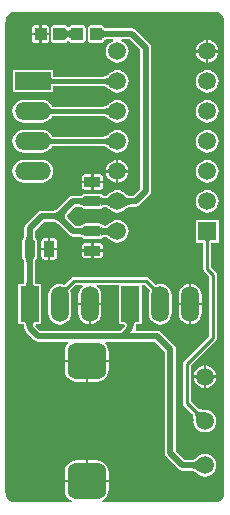
<source format=gtl>
G04*
G04 #@! TF.GenerationSoftware,Altium Limited,Altium Designer,21.6.4 (81)*
G04*
G04 Layer_Physical_Order=1*
G04 Layer_Color=255*
%FSLAX25Y25*%
%MOIN*%
G70*
G04*
G04 #@! TF.SameCoordinates,9C5CF058-6E8D-4512-A6E1-B80F84B0311E*
G04*
G04*
G04 #@! TF.FilePolarity,Positive*
G04*
G01*
G75*
%ADD11C,0.02000*%
%ADD12C,0.01000*%
G04:AMPARAMS|DCode=15|XSize=55.12mil|YSize=35.43mil|CornerRadius=2.66mil|HoleSize=0mil|Usage=FLASHONLY|Rotation=270.000|XOffset=0mil|YOffset=0mil|HoleType=Round|Shape=RoundedRectangle|*
%AMROUNDEDRECTD15*
21,1,0.05512,0.03012,0,0,270.0*
21,1,0.04980,0.03543,0,0,270.0*
1,1,0.00532,-0.01506,-0.02490*
1,1,0.00532,-0.01506,0.02490*
1,1,0.00532,0.01506,0.02490*
1,1,0.00532,0.01506,-0.02490*
%
%ADD15ROUNDEDRECTD15*%
G04:AMPARAMS|DCode=16|XSize=43.31mil|YSize=39.37mil|CornerRadius=3.94mil|HoleSize=0mil|Usage=FLASHONLY|Rotation=270.000|XOffset=0mil|YOffset=0mil|HoleType=Round|Shape=RoundedRectangle|*
%AMROUNDEDRECTD16*
21,1,0.04331,0.03150,0,0,270.0*
21,1,0.03543,0.03937,0,0,270.0*
1,1,0.00787,-0.01575,-0.01772*
1,1,0.00787,-0.01575,0.01772*
1,1,0.00787,0.01575,0.01772*
1,1,0.00787,0.01575,-0.01772*
%
%ADD16ROUNDEDRECTD16*%
G04:AMPARAMS|DCode=17|XSize=43.31mil|YSize=39.37mil|CornerRadius=2.95mil|HoleSize=0mil|Usage=FLASHONLY|Rotation=90.000|XOffset=0mil|YOffset=0mil|HoleType=Round|Shape=RoundedRectangle|*
%AMROUNDEDRECTD17*
21,1,0.04331,0.03347,0,0,90.0*
21,1,0.03740,0.03937,0,0,90.0*
1,1,0.00591,0.01673,0.01870*
1,1,0.00591,0.01673,-0.01870*
1,1,0.00591,-0.01673,-0.01870*
1,1,0.00591,-0.01673,0.01870*
%
%ADD17ROUNDEDRECTD17*%
G04:AMPARAMS|DCode=18|XSize=55.12mil|YSize=35.43mil|CornerRadius=2.66mil|HoleSize=0mil|Usage=FLASHONLY|Rotation=180.000|XOffset=0mil|YOffset=0mil|HoleType=Round|Shape=RoundedRectangle|*
%AMROUNDEDRECTD18*
21,1,0.05512,0.03012,0,0,180.0*
21,1,0.04980,0.03543,0,0,180.0*
1,1,0.00532,-0.02490,0.01506*
1,1,0.00532,0.02490,0.01506*
1,1,0.00532,0.02490,-0.01506*
1,1,0.00532,-0.02490,-0.01506*
%
%ADD18ROUNDEDRECTD18*%
%ADD23R,0.05900X0.05900*%
%ADD24C,0.05900*%
%ADD31C,0.01500*%
%ADD32R,0.05937X0.11874*%
%ADD33O,0.05937X0.11874*%
%ADD34O,0.11874X0.05937*%
%ADD35R,0.11874X0.05937*%
%ADD36C,0.05906*%
G04:AMPARAMS|DCode=37|XSize=129.92mil|YSize=122.05mil|CornerRadius=30.51mil|HoleSize=0mil|Usage=FLASHONLY|Rotation=180.000|XOffset=0mil|YOffset=0mil|HoleType=Round|Shape=RoundedRectangle|*
%AMROUNDEDRECTD37*
21,1,0.12992,0.06102,0,0,180.0*
21,1,0.06890,0.12205,0,0,180.0*
1,1,0.06102,-0.03445,0.03051*
1,1,0.06102,0.03445,0.03051*
1,1,0.06102,0.03445,-0.03051*
1,1,0.06102,-0.03445,-0.03051*
%
%ADD37ROUNDEDRECTD37*%
%ADD38C,0.02362*%
G36*
X70866Y164432D02*
X71646Y164329D01*
X72373Y164028D01*
X72998Y163549D01*
X73477Y162925D01*
X73778Y162197D01*
X73880Y161417D01*
X73886D01*
X73886Y3937D01*
X73880D01*
X73778Y3157D01*
X73477Y2430D01*
X72998Y1805D01*
X72373Y1326D01*
X71646Y1025D01*
X70866Y923D01*
Y916D01*
X33079Y916D01*
X32980Y1416D01*
X33387Y1585D01*
X34192Y2202D01*
X34809Y3007D01*
X35197Y3943D01*
X35329Y4949D01*
Y7600D01*
X28000D01*
X20671D01*
Y4949D01*
X20803Y3943D01*
X21191Y3007D01*
X21808Y2202D01*
X22613Y1585D01*
X23020Y1416D01*
X22921Y916D01*
X4437D01*
X3937Y923D01*
X3937Y923D01*
X3937Y923D01*
X3157Y1025D01*
X2430Y1326D01*
X1805Y1805D01*
X1326Y2430D01*
X1025Y3157D01*
X923Y3937D01*
X916D01*
X916Y160917D01*
X923Y161417D01*
X923Y161417D01*
X923Y161417D01*
X1025Y162197D01*
X1326Y162925D01*
X1805Y163549D01*
X2430Y164028D01*
X3157Y164329D01*
X3937Y164432D01*
Y164437D01*
X70866D01*
Y164432D01*
D02*
G37*
%LPC*%
G36*
X14173Y160075D02*
X12998D01*
Y157487D01*
X15390D01*
Y158858D01*
X15298Y159324D01*
X15034Y159719D01*
X14639Y159983D01*
X14173Y160075D01*
D02*
G37*
G36*
X12198D02*
X11024D01*
X10558Y159983D01*
X10163Y159719D01*
X9899Y159324D01*
X9806Y158858D01*
Y157487D01*
X12198D01*
Y160075D01*
D02*
G37*
G36*
X20472D02*
X17323D01*
X16857Y159983D01*
X16462Y159719D01*
X16198Y159324D01*
X16106Y158858D01*
Y155315D01*
X16198Y154849D01*
X16462Y154454D01*
X16857Y154191D01*
X17323Y154098D01*
X20472D01*
X20938Y154191D01*
X21333Y154454D01*
X21581Y154826D01*
X21684Y154840D01*
X22090Y154799D01*
X22098Y154789D01*
X22340Y154427D01*
X22703Y154185D01*
X23130Y154100D01*
X26476D01*
X26904Y154185D01*
X27266Y154427D01*
X27508Y154789D01*
X27593Y155217D01*
Y158957D01*
X27508Y159384D01*
X27266Y159746D01*
X26904Y159988D01*
X26476Y160073D01*
X23130D01*
X22703Y159988D01*
X22340Y159746D01*
X22098Y159384D01*
X22090Y159375D01*
X21684Y159333D01*
X21581Y159348D01*
X21333Y159719D01*
X20938Y159983D01*
X20472Y160075D01*
D02*
G37*
G36*
X15390Y156687D02*
X12998D01*
Y154098D01*
X14173D01*
X14639Y154191D01*
X15034Y154454D01*
X15298Y154849D01*
X15390Y155315D01*
Y156687D01*
D02*
G37*
G36*
X12198D02*
X9806D01*
Y155315D01*
X9899Y154849D01*
X10163Y154454D01*
X10558Y154191D01*
X11024Y154098D01*
X12198D01*
Y156687D01*
D02*
G37*
G36*
X68589Y154990D02*
Y151660D01*
X71919D01*
X71842Y152239D01*
X71465Y153151D01*
X70863Y153934D01*
X70080Y154535D01*
X69168Y154913D01*
X68589Y154990D01*
D02*
G37*
G36*
X67789D02*
X67210Y154913D01*
X66298Y154535D01*
X65514Y153934D01*
X64913Y153151D01*
X64535Y152239D01*
X64459Y151660D01*
X67789D01*
Y154990D01*
D02*
G37*
G36*
X71919Y150860D02*
X68589D01*
Y147530D01*
X69168Y147606D01*
X70080Y147984D01*
X70863Y148585D01*
X71465Y149369D01*
X71842Y150281D01*
X71919Y150860D01*
D02*
G37*
G36*
X67789D02*
X64459D01*
X64535Y150281D01*
X64913Y149369D01*
X65514Y148585D01*
X66298Y147984D01*
X67210Y147606D01*
X67789Y147530D01*
Y150860D01*
D02*
G37*
G36*
X68189Y145042D02*
X67210Y144913D01*
X66298Y144536D01*
X65514Y143934D01*
X64913Y143151D01*
X64535Y142239D01*
X64407Y141260D01*
X64535Y140281D01*
X64913Y139369D01*
X65514Y138585D01*
X66298Y137984D01*
X67210Y137606D01*
X68189Y137478D01*
X69168Y137606D01*
X70080Y137984D01*
X70863Y138585D01*
X71465Y139369D01*
X71842Y140281D01*
X71971Y141260D01*
X71842Y142239D01*
X71465Y143151D01*
X70863Y143934D01*
X70080Y144536D01*
X69168Y144913D01*
X68189Y145042D01*
D02*
G37*
G36*
X16737Y145103D02*
X3263D01*
Y137566D01*
X16737D01*
Y139658D01*
X16826Y139681D01*
X16983Y139707D01*
X17091Y139717D01*
X33747D01*
X33881Y139695D01*
X34051Y139650D01*
X34229Y139584D01*
X34416Y139494D01*
X34611Y139380D01*
X34815Y139241D01*
X35026Y139074D01*
X35243Y138880D01*
X35434Y138690D01*
X35514Y138585D01*
X36298Y137984D01*
X37210Y137606D01*
X38189Y137478D01*
X39168Y137606D01*
X40080Y137984D01*
X40863Y138585D01*
X41465Y139369D01*
X41842Y140281D01*
X41971Y141260D01*
X41842Y142239D01*
X41465Y143151D01*
X40863Y143934D01*
X40080Y144536D01*
X39168Y144913D01*
X38189Y145042D01*
X37210Y144913D01*
X36298Y144536D01*
X35514Y143934D01*
X35452Y143852D01*
X35301Y143710D01*
X35076Y143517D01*
X34858Y143352D01*
X34648Y143213D01*
X34447Y143099D01*
X34255Y143010D01*
X34073Y142944D01*
X33900Y142899D01*
X33768Y142878D01*
X17091D01*
X16983Y142887D01*
X16826Y142913D01*
X16737Y142937D01*
Y145103D01*
D02*
G37*
G36*
X68189Y135042D02*
X67210Y134913D01*
X66298Y134536D01*
X65514Y133934D01*
X64913Y133151D01*
X64535Y132239D01*
X64407Y131260D01*
X64535Y130281D01*
X64913Y129369D01*
X65514Y128585D01*
X66298Y127984D01*
X67210Y127606D01*
X68189Y127478D01*
X69168Y127606D01*
X70080Y127984D01*
X70863Y128585D01*
X71465Y129369D01*
X71842Y130281D01*
X71971Y131260D01*
X71842Y132239D01*
X71465Y133151D01*
X70863Y133934D01*
X70080Y134536D01*
X69168Y134913D01*
X68189Y135042D01*
D02*
G37*
G36*
X12968Y135136D02*
X7032D01*
X6048Y135006D01*
X5131Y134626D01*
X4344Y134022D01*
X3740Y133235D01*
X3360Y132318D01*
X3230Y131335D01*
X3360Y130351D01*
X3740Y129434D01*
X4344Y128647D01*
X5131Y128043D01*
X6048Y127663D01*
X7032Y127534D01*
X12968D01*
X13952Y127663D01*
X14869Y128043D01*
X15656Y128647D01*
X16260Y129434D01*
X16342Y129632D01*
X16369Y129641D01*
X16519Y129674D01*
X16943Y129717D01*
X33747D01*
X33881Y129695D01*
X34051Y129650D01*
X34229Y129584D01*
X34416Y129494D01*
X34611Y129380D01*
X34815Y129241D01*
X35026Y129074D01*
X35243Y128880D01*
X35434Y128690D01*
X35514Y128585D01*
X36298Y127984D01*
X37210Y127606D01*
X38189Y127478D01*
X39168Y127606D01*
X40080Y127984D01*
X40863Y128585D01*
X41465Y129369D01*
X41842Y130281D01*
X41971Y131260D01*
X41842Y132239D01*
X41465Y133151D01*
X40863Y133934D01*
X40080Y134536D01*
X39168Y134913D01*
X38189Y135042D01*
X37210Y134913D01*
X36298Y134536D01*
X35514Y133934D01*
X35452Y133853D01*
X35301Y133710D01*
X35076Y133517D01*
X34858Y133352D01*
X34648Y133213D01*
X34447Y133099D01*
X34255Y133010D01*
X34073Y132944D01*
X33900Y132899D01*
X33768Y132878D01*
X16924D01*
X16770Y132889D01*
X16556Y132918D01*
X16395Y132954D01*
X16374Y132960D01*
X16260Y133235D01*
X15656Y134022D01*
X14869Y134626D01*
X13952Y135006D01*
X12968Y135136D01*
D02*
G37*
G36*
X68189Y125042D02*
X67210Y124913D01*
X66298Y124536D01*
X65514Y123934D01*
X64913Y123151D01*
X64535Y122239D01*
X64407Y121260D01*
X64535Y120281D01*
X64913Y119369D01*
X65514Y118585D01*
X66298Y117984D01*
X67210Y117606D01*
X68189Y117478D01*
X69168Y117606D01*
X70080Y117984D01*
X70863Y118585D01*
X71465Y119369D01*
X71842Y120281D01*
X71971Y121260D01*
X71842Y122239D01*
X71465Y123151D01*
X70863Y123934D01*
X70080Y124536D01*
X69168Y124913D01*
X68189Y125042D01*
D02*
G37*
G36*
X12968Y125136D02*
X7032D01*
X6048Y125006D01*
X5131Y124626D01*
X4344Y124022D01*
X3740Y123235D01*
X3360Y122318D01*
X3230Y121335D01*
X3360Y120351D01*
X3740Y119434D01*
X4344Y118647D01*
X5131Y118043D01*
X6048Y117663D01*
X7032Y117534D01*
X12968D01*
X13952Y117663D01*
X14869Y118043D01*
X15656Y118647D01*
X16260Y119434D01*
X16342Y119632D01*
X16369Y119641D01*
X16519Y119674D01*
X16943Y119717D01*
X33747D01*
X33881Y119695D01*
X34051Y119650D01*
X34229Y119583D01*
X34416Y119494D01*
X34611Y119380D01*
X34815Y119241D01*
X35026Y119074D01*
X35243Y118880D01*
X35434Y118690D01*
X35514Y118585D01*
X36298Y117984D01*
X37210Y117606D01*
X38189Y117478D01*
X39168Y117606D01*
X40080Y117984D01*
X40863Y118585D01*
X41465Y119369D01*
X41842Y120281D01*
X41971Y121260D01*
X41842Y122239D01*
X41465Y123151D01*
X40863Y123934D01*
X40080Y124536D01*
X39168Y124913D01*
X38189Y125042D01*
X37210Y124913D01*
X36298Y124536D01*
X35514Y123934D01*
X35452Y123853D01*
X35301Y123710D01*
X35076Y123517D01*
X34858Y123352D01*
X34648Y123213D01*
X34447Y123099D01*
X34255Y123010D01*
X34073Y122944D01*
X33900Y122899D01*
X33768Y122878D01*
X16924D01*
X16770Y122889D01*
X16556Y122918D01*
X16395Y122953D01*
X16374Y122960D01*
X16260Y123235D01*
X15656Y124022D01*
X14869Y124626D01*
X13952Y125006D01*
X12968Y125136D01*
D02*
G37*
G36*
X38589Y114989D02*
Y111660D01*
X41919D01*
X41842Y112239D01*
X41465Y113151D01*
X40863Y113934D01*
X40080Y114535D01*
X39168Y114913D01*
X38589Y114989D01*
D02*
G37*
G36*
X37789D02*
X37210Y114913D01*
X36298Y114535D01*
X35514Y113934D01*
X34913Y113151D01*
X34536Y112239D01*
X34459Y111660D01*
X37789D01*
Y114989D01*
D02*
G37*
G36*
X32411Y110368D02*
X30321D01*
Y108176D01*
X33498D01*
Y109282D01*
X33415Y109697D01*
X33180Y110050D01*
X32827Y110285D01*
X32411Y110368D01*
D02*
G37*
G36*
X29521D02*
X27431D01*
X27015Y110285D01*
X26663Y110050D01*
X26427Y109697D01*
X26344Y109282D01*
Y108176D01*
X29521D01*
Y110368D01*
D02*
G37*
G36*
X12968Y115136D02*
X7032D01*
X6048Y115006D01*
X5131Y114626D01*
X4344Y114022D01*
X3740Y113235D01*
X3360Y112318D01*
X3230Y111335D01*
X3360Y110351D01*
X3740Y109434D01*
X4344Y108647D01*
X5131Y108043D01*
X6048Y107663D01*
X7032Y107534D01*
X12968D01*
X13952Y107663D01*
X14869Y108043D01*
X15656Y108647D01*
X16260Y109434D01*
X16640Y110351D01*
X16770Y111335D01*
X16640Y112318D01*
X16260Y113235D01*
X15656Y114022D01*
X14869Y114626D01*
X13952Y115006D01*
X12968Y115136D01*
D02*
G37*
G36*
X41919Y110860D02*
X38589D01*
Y107530D01*
X39168Y107606D01*
X40080Y107984D01*
X40863Y108585D01*
X41465Y109369D01*
X41842Y110281D01*
X41919Y110860D01*
D02*
G37*
G36*
X37789D02*
X34459D01*
X34536Y110281D01*
X34913Y109369D01*
X35514Y108585D01*
X36298Y107984D01*
X37210Y107606D01*
X37789Y107530D01*
Y110860D01*
D02*
G37*
G36*
X68189Y115042D02*
X67210Y114913D01*
X66298Y114535D01*
X65514Y113934D01*
X64913Y113151D01*
X64535Y112239D01*
X64407Y111260D01*
X64535Y110281D01*
X64913Y109369D01*
X65514Y108585D01*
X66298Y107984D01*
X67210Y107606D01*
X68189Y107477D01*
X69168Y107606D01*
X70080Y107984D01*
X70863Y108585D01*
X71465Y109369D01*
X71842Y110281D01*
X71971Y111260D01*
X71842Y112239D01*
X71465Y113151D01*
X70863Y113934D01*
X70080Y114535D01*
X69168Y114913D01*
X68189Y115042D01*
D02*
G37*
G36*
X33498Y107376D02*
X30321D01*
Y105183D01*
X32411D01*
X32827Y105266D01*
X33180Y105501D01*
X33415Y105854D01*
X33498Y106270D01*
Y107376D01*
D02*
G37*
G36*
X29521D02*
X26344D01*
Y106270D01*
X26427Y105854D01*
X26663Y105501D01*
X27015Y105266D01*
X27431Y105183D01*
X29521D01*
Y107376D01*
D02*
G37*
G36*
X32776Y160073D02*
X29429D01*
X29002Y159988D01*
X28640Y159746D01*
X28397Y159384D01*
X28312Y158957D01*
Y155217D01*
X28397Y154789D01*
X28640Y154427D01*
X29002Y154185D01*
X29429Y154100D01*
X32776D01*
X33203Y154185D01*
X33565Y154427D01*
X33807Y154789D01*
X33867Y155089D01*
X33892Y155104D01*
X34010Y155151D01*
X34190Y155198D01*
X34428Y155237D01*
X34598Y155251D01*
X36720D01*
X36819Y154751D01*
X36298Y154535D01*
X35514Y153934D01*
X34913Y153151D01*
X34536Y152239D01*
X34407Y151260D01*
X34536Y150281D01*
X34913Y149369D01*
X35514Y148585D01*
X36298Y147984D01*
X37210Y147606D01*
X38189Y147477D01*
X39168Y147606D01*
X40080Y147984D01*
X40863Y148585D01*
X41465Y149369D01*
X41842Y150281D01*
X41971Y151260D01*
X41842Y152239D01*
X41465Y153151D01*
X40863Y153934D01*
X40080Y154535D01*
X39559Y154751D01*
X39658Y155251D01*
X42350D01*
X45901Y151700D01*
Y105485D01*
X43512Y103095D01*
X42432D01*
X42320Y103108D01*
X42126Y103148D01*
X41937Y103203D01*
X41754Y103274D01*
X41574Y103362D01*
X41398Y103467D01*
X41223Y103590D01*
X41050Y103733D01*
X40932Y103845D01*
X40863Y103934D01*
X40080Y104535D01*
X39168Y104913D01*
X38189Y105042D01*
X37210Y104913D01*
X36298Y104535D01*
X35514Y103934D01*
X35449Y103849D01*
X35336Y103742D01*
X35162Y103599D01*
X34987Y103476D01*
X34809Y103371D01*
X34629Y103284D01*
X34445Y103213D01*
X34257Y103158D01*
X34072Y103120D01*
X33942Y103138D01*
X33759Y103174D01*
X33609Y103218D01*
X33490Y103264D01*
X33401Y103311D01*
X33340Y103353D01*
X33301Y103390D01*
X33235Y103474D01*
X33231Y103477D01*
X33180Y103554D01*
X33000Y103674D01*
X32992Y103680D01*
X32989Y103682D01*
X32827Y103789D01*
X32411Y103872D01*
X27431D01*
X27015Y103789D01*
X26855Y103682D01*
X26851Y103681D01*
X26844Y103675D01*
X26663Y103554D01*
X26612Y103477D01*
X26609Y103475D01*
X26544Y103393D01*
X26507Y103359D01*
X26447Y103318D01*
X26359Y103272D01*
X26241Y103226D01*
X26089Y103183D01*
X25917Y103149D01*
X25571Y103115D01*
X23480D01*
X22777Y102975D01*
X22182Y102577D01*
X18686Y99082D01*
X18485Y98920D01*
X18226Y98744D01*
X17960Y98593D01*
X17685Y98466D01*
X17401Y98362D01*
X17107Y98281D01*
X16799Y98222D01*
X16542Y98194D01*
X12992D01*
X12290Y98054D01*
X11694Y97656D01*
X7659Y93621D01*
X7261Y93025D01*
X7121Y92323D01*
Y89722D01*
X7117Y89664D01*
X7089Y89449D01*
X7053Y89265D01*
X7010Y89114D01*
X6964Y88995D01*
X6919Y88907D01*
X6877Y88847D01*
X6843Y88810D01*
X6762Y88746D01*
X6759Y88743D01*
X6682Y88692D01*
X6561Y88510D01*
X6555Y88503D01*
X6554Y88500D01*
X6447Y88339D01*
X6364Y87923D01*
Y82943D01*
X6447Y82527D01*
X6554Y82366D01*
X6555Y82363D01*
X6561Y82356D01*
X6682Y82175D01*
X6759Y82123D01*
X6762Y82121D01*
X6843Y82056D01*
X6877Y82019D01*
X6919Y81959D01*
X6964Y81871D01*
X7010Y81752D01*
X7053Y81601D01*
X7087Y81429D01*
X7121Y81083D01*
Y74469D01*
X7107Y74303D01*
X7068Y74071D01*
X7022Y73897D01*
X6976Y73784D01*
X6947Y73737D01*
X5232D01*
Y60263D01*
X6957D01*
X7003Y60258D01*
X7026Y60220D01*
X7070Y60110D01*
X7114Y59942D01*
X7151Y59716D01*
X7165Y59563D01*
Y59110D01*
X7304Y58408D01*
X7702Y57812D01*
X10513Y55001D01*
X11109Y54604D01*
X11811Y54464D01*
X21693D01*
X21854Y53991D01*
X21808Y53955D01*
X21191Y53151D01*
X20803Y52214D01*
X20671Y51209D01*
Y48557D01*
X28000D01*
X35329D01*
Y51209D01*
X35197Y52214D01*
X34809Y53151D01*
X34192Y53955D01*
X34146Y53991D01*
X34306Y54464D01*
X50815D01*
X54070Y51208D01*
Y17323D01*
X54210Y16621D01*
X54608Y16025D01*
X58616Y12017D01*
X59211Y11619D01*
X59913Y11480D01*
X63122D01*
X63234Y11466D01*
X63429Y11427D01*
X63618Y11371D01*
X63801Y11300D01*
X63981Y11212D01*
X64158Y11107D01*
X64333Y10984D01*
X64507Y10840D01*
X64625Y10728D01*
X64694Y10639D01*
X65478Y10037D01*
X66390Y9659D01*
X67370Y9530D01*
X68350Y9659D01*
X69263Y10037D01*
X70047Y10639D01*
X70648Y11422D01*
X71026Y12335D01*
X71155Y13315D01*
X71026Y14295D01*
X70648Y15207D01*
X70047Y15992D01*
X69263Y16593D01*
X68350Y16971D01*
X67370Y17100D01*
X66390Y16971D01*
X65478Y16593D01*
X64694Y15992D01*
X64625Y15902D01*
X64507Y15790D01*
X64333Y15646D01*
X64158Y15523D01*
X63981Y15417D01*
X63801Y15330D01*
X63618Y15259D01*
X63429Y15203D01*
X63234Y15164D01*
X63122Y15150D01*
X60674D01*
X57741Y18083D01*
Y51968D01*
X57601Y52671D01*
X57203Y53266D01*
X52873Y57597D01*
X52277Y57995D01*
X51575Y58135D01*
X44618D01*
X44512Y58218D01*
X44256Y58635D01*
X44335Y59035D01*
Y59528D01*
X44350Y59692D01*
X44388Y59921D01*
X44434Y60093D01*
X44480Y60206D01*
X44511Y60256D01*
X44578Y60263D01*
X46268D01*
Y73412D01*
X47183D01*
X48967Y71627D01*
X49015Y71571D01*
X49060Y71511D01*
X48829Y70952D01*
X48699Y69968D01*
Y64031D01*
X48829Y63048D01*
X49208Y62131D01*
X49812Y61344D01*
X50599Y60740D01*
X51516Y60360D01*
X52500Y60230D01*
X53484Y60360D01*
X54400Y60740D01*
X55188Y61344D01*
X55792Y62131D01*
X56172Y63048D01*
X56301Y64031D01*
Y69968D01*
X56172Y70952D01*
X55792Y71869D01*
X55188Y72656D01*
X54400Y73260D01*
X53484Y73640D01*
X52500Y73769D01*
X51516Y73640D01*
X50958Y73409D01*
X50897Y73454D01*
X50841Y73502D01*
X48669Y75674D01*
X48239Y75962D01*
X47732Y76063D01*
X23768D01*
X23261Y75962D01*
X22831Y75674D01*
X20659Y73502D01*
X20603Y73454D01*
X20542Y73409D01*
X19984Y73640D01*
X19000Y73769D01*
X18016Y73640D01*
X17099Y73260D01*
X16312Y72656D01*
X15708Y71869D01*
X15328Y70952D01*
X15199Y69968D01*
Y64031D01*
X15328Y63048D01*
X15708Y62131D01*
X16312Y61344D01*
X17099Y60740D01*
X18016Y60360D01*
X19000Y60230D01*
X19984Y60360D01*
X20900Y60740D01*
X21688Y61344D01*
X22292Y62131D01*
X22671Y63048D01*
X22801Y64031D01*
Y69968D01*
X22671Y70952D01*
X22440Y71511D01*
X22486Y71571D01*
X22533Y71627D01*
X24317Y73412D01*
X26475D01*
X26645Y72912D01*
X26312Y72656D01*
X25708Y71869D01*
X25328Y70952D01*
X25199Y69968D01*
Y67400D01*
X29000D01*
X32801D01*
Y69968D01*
X32671Y70952D01*
X32292Y71869D01*
X31688Y72656D01*
X31355Y72912D01*
X31525Y73412D01*
X38732D01*
Y60263D01*
X40422D01*
X40489Y60256D01*
X40520Y60206D01*
X40566Y60093D01*
X40612Y59921D01*
X40637Y59768D01*
X39004Y58135D01*
X12571D01*
X10901Y59805D01*
X11026Y60210D01*
X11048Y60263D01*
X12768D01*
Y73737D01*
X10966D01*
X10938Y73784D01*
X10892Y73897D01*
X10845Y74071D01*
X10807Y74303D01*
X10792Y74469D01*
Y81144D01*
X10796Y81203D01*
X10824Y81417D01*
X10861Y81601D01*
X10903Y81752D01*
X10949Y81871D01*
X10995Y81959D01*
X11036Y82019D01*
X11071Y82056D01*
X11152Y82121D01*
X11154Y82123D01*
X11231Y82175D01*
X11352Y82356D01*
X11358Y82363D01*
X11359Y82366D01*
X11467Y82527D01*
X11549Y82943D01*
Y87923D01*
X11467Y88339D01*
X11359Y88500D01*
X11358Y88503D01*
X11352Y88510D01*
X11231Y88692D01*
X11154Y88743D01*
X11152Y88746D01*
X11071Y88810D01*
X11036Y88847D01*
X10995Y88907D01*
X10949Y88995D01*
X10903Y89114D01*
X10861Y89265D01*
X10826Y89437D01*
X10792Y89783D01*
Y91563D01*
X13752Y94523D01*
X16543D01*
X16799Y94494D01*
X17107Y94436D01*
X17401Y94355D01*
X17685Y94251D01*
X17960Y94123D01*
X18226Y93972D01*
X18485Y93796D01*
X18686Y93635D01*
X22280Y90041D01*
X22876Y89643D01*
X23578Y89503D01*
X25632D01*
X25691Y89499D01*
X25905Y89471D01*
X26089Y89435D01*
X26240Y89392D01*
X26360Y89346D01*
X26447Y89300D01*
X26507Y89259D01*
X26544Y89225D01*
X26609Y89143D01*
X26612Y89141D01*
X26663Y89064D01*
X26844Y88943D01*
X26851Y88937D01*
X26855Y88936D01*
X27015Y88829D01*
X27431Y88746D01*
X32411D01*
X32827Y88829D01*
X32985Y88934D01*
X32987Y88935D01*
X32991Y88938D01*
X33180Y89064D01*
X33229Y89138D01*
X33231Y89140D01*
X33288Y89211D01*
X33316Y89236D01*
X33371Y89272D01*
X33456Y89314D01*
X33576Y89358D01*
X33730Y89399D01*
X33906Y89432D01*
X34062Y89447D01*
X34236Y89411D01*
X34423Y89355D01*
X34604Y89284D01*
X34781Y89196D01*
X34955Y89091D01*
X35127Y88967D01*
X35297Y88824D01*
X35436Y88687D01*
X35514Y88585D01*
X36298Y87984D01*
X37210Y87606D01*
X38189Y87477D01*
X39168Y87606D01*
X40080Y87984D01*
X40863Y88585D01*
X41465Y89369D01*
X41842Y90281D01*
X41971Y91260D01*
X41842Y92239D01*
X41465Y93151D01*
X40863Y93934D01*
X40080Y94535D01*
X39168Y94913D01*
X38189Y95042D01*
X37210Y94913D01*
X36298Y94535D01*
X35514Y93934D01*
X35457Y93859D01*
X35360Y93770D01*
X35184Y93627D01*
X35006Y93504D01*
X34827Y93400D01*
X34644Y93313D01*
X34459Y93242D01*
X34269Y93187D01*
X34088Y93151D01*
X33957Y93169D01*
X33777Y93207D01*
X33628Y93251D01*
X33509Y93300D01*
X33419Y93349D01*
X33354Y93396D01*
X33308Y93439D01*
X33237Y93530D01*
X33233Y93534D01*
X33180Y93613D01*
X33004Y93731D01*
X32995Y93738D01*
X32990Y93739D01*
X32827Y93848D01*
X32411Y93931D01*
X27431D01*
X27015Y93848D01*
X26855Y93741D01*
X26851Y93740D01*
X26844Y93734D01*
X26663Y93613D01*
X26612Y93536D01*
X26609Y93534D01*
X26544Y93453D01*
X26507Y93418D01*
X26447Y93377D01*
X26359Y93331D01*
X26241Y93285D01*
X26089Y93242D01*
X25917Y93208D01*
X25571Y93174D01*
X24338D01*
X21761Y95751D01*
X21637Y95928D01*
X21554Y96094D01*
X21512Y96235D01*
X21500Y96358D01*
X21512Y96482D01*
X21554Y96622D01*
X21637Y96788D01*
X21761Y96965D01*
X24240Y99444D01*
X25632D01*
X25691Y99440D01*
X25905Y99412D01*
X26089Y99376D01*
X26240Y99333D01*
X26360Y99287D01*
X26447Y99241D01*
X26507Y99200D01*
X26544Y99165D01*
X26609Y99084D01*
X26612Y99082D01*
X26663Y99005D01*
X26844Y98884D01*
X26851Y98878D01*
X26855Y98877D01*
X27015Y98770D01*
X27431Y98687D01*
X32411D01*
X32827Y98770D01*
X32987Y98877D01*
X32990Y98878D01*
X32997Y98883D01*
X33180Y99005D01*
X33231Y99081D01*
X33233Y99084D01*
X33296Y99162D01*
X33331Y99195D01*
X33389Y99234D01*
X33476Y99279D01*
X33595Y99324D01*
X33748Y99367D01*
X33920Y99401D01*
X34078Y99416D01*
X34248Y99381D01*
X34436Y99326D01*
X34619Y99255D01*
X34798Y99167D01*
X34974Y99062D01*
X35148Y98939D01*
X35320Y98796D01*
X35444Y98678D01*
X35514Y98585D01*
X36298Y97984D01*
X37210Y97606D01*
X38189Y97478D01*
X39168Y97606D01*
X40080Y97984D01*
X40863Y98585D01*
X40932Y98674D01*
X41050Y98787D01*
X41223Y98930D01*
X41398Y99053D01*
X41574Y99158D01*
X41754Y99245D01*
X41937Y99316D01*
X42125Y99372D01*
X42320Y99411D01*
X42432Y99425D01*
X44272D01*
X44974Y99564D01*
X45569Y99962D01*
X49034Y103427D01*
X49432Y104022D01*
X49571Y104724D01*
Y152461D01*
X49432Y153163D01*
X49034Y153758D01*
X44408Y158384D01*
X43813Y158782D01*
X43110Y158922D01*
X34598D01*
X34428Y158936D01*
X34190Y158975D01*
X34010Y159022D01*
X33892Y159069D01*
X33867Y159084D01*
X33807Y159384D01*
X33565Y159746D01*
X33203Y159988D01*
X32776Y160073D01*
D02*
G37*
G36*
X68189Y105042D02*
X67210Y104913D01*
X66298Y104535D01*
X65514Y103934D01*
X64913Y103151D01*
X64535Y102239D01*
X64407Y101260D01*
X64535Y100281D01*
X64913Y99369D01*
X65514Y98585D01*
X66298Y97984D01*
X67210Y97606D01*
X68189Y97478D01*
X69168Y97606D01*
X70080Y97984D01*
X70863Y98585D01*
X71465Y99369D01*
X71842Y100281D01*
X71971Y101260D01*
X71842Y102239D01*
X71465Y103151D01*
X70863Y103934D01*
X70080Y104535D01*
X69168Y104913D01*
X68189Y105042D01*
D02*
G37*
G36*
X16959Y89010D02*
X15853D01*
Y85833D01*
X18045D01*
Y87923D01*
X17963Y88339D01*
X17727Y88692D01*
X17375Y88927D01*
X16959Y89010D01*
D02*
G37*
G36*
X15053D02*
X13947D01*
X13531Y88927D01*
X13179Y88692D01*
X12943Y88339D01*
X12860Y87923D01*
Y85833D01*
X15053D01*
Y89010D01*
D02*
G37*
G36*
X32411Y87435D02*
X30321D01*
Y85242D01*
X33498D01*
Y86348D01*
X33415Y86764D01*
X33180Y87117D01*
X32827Y87352D01*
X32411Y87435D01*
D02*
G37*
G36*
X29521D02*
X27431D01*
X27015Y87352D01*
X26663Y87117D01*
X26427Y86764D01*
X26344Y86348D01*
Y85242D01*
X29521D01*
Y87435D01*
D02*
G37*
G36*
X33498Y84443D02*
X30321D01*
Y82250D01*
X32411D01*
X32827Y82333D01*
X33180Y82568D01*
X33415Y82921D01*
X33498Y83337D01*
Y84443D01*
D02*
G37*
G36*
X29521D02*
X26344D01*
Y83337D01*
X26427Y82921D01*
X26663Y82568D01*
X27015Y82333D01*
X27431Y82250D01*
X29521D01*
Y84443D01*
D02*
G37*
G36*
X18045Y85033D02*
X15853D01*
Y81856D01*
X16959D01*
X17375Y81939D01*
X17727Y82175D01*
X17963Y82527D01*
X18045Y82943D01*
Y85033D01*
D02*
G37*
G36*
X15053D02*
X12860D01*
Y82943D01*
X12943Y82527D01*
X13179Y82175D01*
X13531Y81939D01*
X13947Y81856D01*
X15053D01*
Y85033D01*
D02*
G37*
G36*
X62900Y73717D02*
Y67400D01*
X66301D01*
Y69968D01*
X66171Y70952D01*
X65792Y71869D01*
X65188Y72656D01*
X64401Y73260D01*
X63484Y73640D01*
X62900Y73717D01*
D02*
G37*
G36*
X62100D02*
X61516Y73640D01*
X60599Y73260D01*
X59812Y72656D01*
X59208Y71869D01*
X58829Y70952D01*
X58699Y69968D01*
Y67400D01*
X62100D01*
Y73717D01*
D02*
G37*
G36*
X66301Y66600D02*
X62900D01*
Y60283D01*
X63484Y60360D01*
X64401Y60740D01*
X65188Y61344D01*
X65792Y62131D01*
X66171Y63048D01*
X66301Y64031D01*
Y66600D01*
D02*
G37*
G36*
X32801D02*
X29400D01*
Y60283D01*
X29984Y60360D01*
X30900Y60740D01*
X31688Y61344D01*
X32292Y62131D01*
X32671Y63048D01*
X32801Y64031D01*
Y66600D01*
D02*
G37*
G36*
X62100D02*
X58699D01*
Y64031D01*
X58829Y63048D01*
X59208Y62131D01*
X59812Y61344D01*
X60599Y60740D01*
X61516Y60360D01*
X62100Y60283D01*
Y66600D01*
D02*
G37*
G36*
X28600D02*
X25199D01*
Y64031D01*
X25328Y63048D01*
X25708Y62131D01*
X26312Y61344D01*
X27099Y60740D01*
X28016Y60360D01*
X28600Y60283D01*
Y66600D01*
D02*
G37*
G36*
X67770Y46575D02*
Y43242D01*
X71102D01*
X71026Y43822D01*
X70648Y44735D01*
X70047Y45519D01*
X69263Y46121D01*
X68350Y46499D01*
X67770Y46575D01*
D02*
G37*
G36*
X66970D02*
X66390Y46499D01*
X65478Y46121D01*
X64694Y45519D01*
X64092Y44735D01*
X63714Y43822D01*
X63638Y43242D01*
X66970D01*
Y46575D01*
D02*
G37*
G36*
X35329Y47758D02*
X28400D01*
Y41222D01*
X31445D01*
X32450Y41354D01*
X33387Y41742D01*
X34192Y42360D01*
X34809Y43164D01*
X35197Y44101D01*
X35329Y45106D01*
Y47758D01*
D02*
G37*
G36*
X27600D02*
X20671D01*
Y45106D01*
X20803Y44101D01*
X21191Y43164D01*
X21808Y42360D01*
X22613Y41742D01*
X23550Y41354D01*
X24555Y41222D01*
X27600D01*
Y47758D01*
D02*
G37*
G36*
X71102Y42443D02*
X67770D01*
Y39110D01*
X68350Y39186D01*
X69263Y39564D01*
X70047Y40166D01*
X70648Y40950D01*
X71026Y41863D01*
X71102Y42443D01*
D02*
G37*
G36*
X66970D02*
X63638D01*
X63714Y41863D01*
X64092Y40950D01*
X64694Y40166D01*
X65478Y39564D01*
X66390Y39186D01*
X66970Y39110D01*
Y42443D01*
D02*
G37*
G36*
X71939Y95010D02*
X64439D01*
Y87510D01*
X66864D01*
Y78760D01*
X66964Y78253D01*
X67252Y77823D01*
X68753Y76321D01*
Y56356D01*
X60480Y48083D01*
X60193Y47653D01*
X60092Y47146D01*
Y34032D01*
X60193Y33524D01*
X60480Y33094D01*
X63193Y30382D01*
X63260Y30279D01*
X63329Y30138D01*
X63396Y29960D01*
X63458Y29743D01*
X63510Y29489D01*
X63551Y29207D01*
X63599Y28502D01*
X63601Y28201D01*
X63585Y28079D01*
X63714Y27099D01*
X64092Y26186D01*
X64694Y25402D01*
X65478Y24801D01*
X66390Y24423D01*
X67370Y24294D01*
X68350Y24423D01*
X69263Y24801D01*
X70047Y25402D01*
X70648Y26186D01*
X71026Y27099D01*
X71155Y28079D01*
X71026Y29058D01*
X70648Y29971D01*
X70047Y30755D01*
X69263Y31357D01*
X68350Y31735D01*
X67370Y31864D01*
X67248Y31848D01*
X66947Y31850D01*
X66241Y31898D01*
X65960Y31938D01*
X65706Y31991D01*
X65489Y32052D01*
X65310Y32120D01*
X65170Y32189D01*
X65067Y32256D01*
X62743Y34580D01*
Y46597D01*
X71016Y54870D01*
X71303Y55300D01*
X71404Y55807D01*
Y76870D01*
X71303Y77377D01*
X71016Y77807D01*
X69514Y79309D01*
Y87510D01*
X71939D01*
Y95010D01*
D02*
G37*
G36*
X31445Y14936D02*
X28400D01*
Y8400D01*
X35329D01*
Y11051D01*
X35197Y12056D01*
X34809Y12993D01*
X34192Y13798D01*
X33387Y14415D01*
X32450Y14803D01*
X31445Y14936D01*
D02*
G37*
G36*
X27600D02*
X24555D01*
X23550Y14803D01*
X22613Y14415D01*
X21808Y13798D01*
X21191Y12993D01*
X20803Y12056D01*
X20671Y11051D01*
Y8400D01*
X27600D01*
Y14936D01*
D02*
G37*
%LPD*%
G36*
X22886Y155093D02*
X22866Y155282D01*
X22804Y155451D01*
X22702Y155600D01*
X22559Y155729D01*
X22375Y155838D01*
X22150Y155928D01*
X21884Y155997D01*
X21840Y156004D01*
X21794Y155997D01*
X21522Y155928D01*
X21292Y155838D01*
X21104Y155729D01*
X20957Y155600D01*
X20853Y155451D01*
X20790Y155282D01*
X20769Y155093D01*
Y159080D01*
X20790Y158891D01*
X20853Y158722D01*
X20957Y158573D01*
X21104Y158444D01*
X21292Y158335D01*
X21522Y158246D01*
X21794Y158176D01*
X21840Y158169D01*
X21884Y158176D01*
X22150Y158246D01*
X22375Y158335D01*
X22559Y158444D01*
X22702Y158573D01*
X22804Y158722D01*
X22866Y158891D01*
X22886Y159080D01*
Y155093D01*
D02*
G37*
G36*
X15928Y142655D02*
X15973Y142527D01*
X16049Y142415D01*
X16155Y142317D01*
X16291Y142235D01*
X16457Y142167D01*
X16654Y142115D01*
X16881Y142077D01*
X17138Y142055D01*
X17425Y142047D01*
Y140547D01*
X17138Y140540D01*
X16881Y140517D01*
X16654Y140480D01*
X16457Y140427D01*
X16291Y140360D01*
X16155Y140277D01*
X16049Y140180D01*
X15973Y140067D01*
X15928Y139940D01*
X15913Y139797D01*
Y142797D01*
X15928Y142655D01*
D02*
G37*
G36*
X36056Y139222D02*
X35803Y139474D01*
X35551Y139699D01*
X35299Y139898D01*
X35048Y140070D01*
X34798Y140216D01*
X34548Y140335D01*
X34299Y140428D01*
X34051Y140494D01*
X33803Y140534D01*
X33556Y140547D01*
X33576Y142047D01*
X33821Y142060D01*
X34068Y142099D01*
X34317Y142165D01*
X34567Y142256D01*
X34820Y142373D01*
X35074Y142517D01*
X35330Y142686D01*
X35588Y142882D01*
X35847Y143104D01*
X36109Y143351D01*
X36056Y139222D01*
D02*
G37*
G36*
X15545Y132650D02*
X15598Y132524D01*
X15687Y132412D01*
X15814Y132315D01*
X15977Y132233D01*
X16176Y132166D01*
X16413Y132114D01*
X16686Y132077D01*
X16996Y132055D01*
X17342Y132047D01*
X17319Y130547D01*
X16973Y130540D01*
X16390Y130480D01*
X16152Y130428D01*
X15951Y130361D01*
X15786Y130279D01*
X15657Y130183D01*
X15565Y130071D01*
X15509Y129944D01*
X15488Y129803D01*
X15529Y132792D01*
X15545Y132650D01*
D02*
G37*
G36*
X36056Y129222D02*
X35803Y129474D01*
X35551Y129699D01*
X35299Y129898D01*
X35048Y130070D01*
X34798Y130216D01*
X34548Y130335D01*
X34299Y130428D01*
X34051Y130494D01*
X33803Y130534D01*
X33556Y130547D01*
X33576Y132047D01*
X33821Y132060D01*
X34068Y132099D01*
X34317Y132165D01*
X34567Y132256D01*
X34820Y132373D01*
X35074Y132517D01*
X35330Y132686D01*
X35588Y132882D01*
X35847Y133104D01*
X36109Y133351D01*
X36056Y129222D01*
D02*
G37*
G36*
X15545Y122650D02*
X15598Y122524D01*
X15687Y122412D01*
X15814Y122315D01*
X15977Y122233D01*
X16176Y122166D01*
X16413Y122114D01*
X16686Y122077D01*
X16996Y122055D01*
X17342Y122047D01*
X17319Y120547D01*
X16973Y120540D01*
X16390Y120480D01*
X16152Y120428D01*
X15951Y120361D01*
X15786Y120279D01*
X15657Y120183D01*
X15565Y120071D01*
X15509Y119944D01*
X15488Y119803D01*
X15529Y122792D01*
X15545Y122650D01*
D02*
G37*
G36*
X36056Y119222D02*
X35803Y119474D01*
X35551Y119699D01*
X35299Y119898D01*
X35048Y120070D01*
X34798Y120216D01*
X34548Y120335D01*
X34299Y120428D01*
X34051Y120494D01*
X33803Y120534D01*
X33556Y120547D01*
X33576Y122047D01*
X33821Y122060D01*
X34068Y122099D01*
X34317Y122165D01*
X34567Y122256D01*
X34820Y122373D01*
X35074Y122517D01*
X35330Y122686D01*
X35588Y122882D01*
X35847Y123104D01*
X36109Y123351D01*
X36056Y119222D01*
D02*
G37*
G36*
X33040Y158891D02*
X33101Y158722D01*
X33204Y158573D01*
X33347Y158444D01*
X33531Y158335D01*
X33756Y158246D01*
X34021Y158176D01*
X34328Y158126D01*
X34676Y158097D01*
X35064Y158087D01*
Y156087D01*
X34676Y156077D01*
X34328Y156047D01*
X34021Y155997D01*
X33756Y155928D01*
X33531Y155838D01*
X33347Y155729D01*
X33204Y155600D01*
X33101Y155451D01*
X33040Y155282D01*
X33020Y155093D01*
Y159080D01*
X33040Y158891D01*
D02*
G37*
G36*
X36075Y99202D02*
X35864Y99405D01*
X35645Y99586D01*
X35419Y99747D01*
X35187Y99885D01*
X34947Y100003D01*
X34700Y100099D01*
X34445Y100174D01*
X34184Y100227D01*
X34097Y100237D01*
X33802Y100209D01*
X33559Y100161D01*
X33340Y100100D01*
X33144Y100025D01*
X32972Y99937D01*
X32823Y99835D01*
X32697Y99720D01*
X32594Y99591D01*
Y102968D01*
X32699Y102836D01*
X32827Y102717D01*
X32977Y102612D01*
X33151Y102521D01*
X33347Y102444D01*
X33566Y102382D01*
X33808Y102333D01*
X34071Y102298D01*
X34191Y102312D01*
X34452Y102365D01*
X34707Y102440D01*
X34955Y102535D01*
X35195Y102652D01*
X35429Y102790D01*
X35656Y102950D01*
X35876Y103130D01*
X36089Y103332D01*
X36075Y99202D01*
D02*
G37*
G36*
X27248Y99591D02*
X27145Y99722D01*
X27018Y99839D01*
X26868Y99942D01*
X26695Y100032D01*
X26499Y100107D01*
X26280Y100169D01*
X26038Y100217D01*
X25772Y100252D01*
X25484Y100273D01*
X25172Y100279D01*
Y102279D01*
X25484Y102286D01*
X26038Y102341D01*
X26280Y102390D01*
X26499Y102452D01*
X26695Y102527D01*
X26868Y102617D01*
X27018Y102720D01*
X27145Y102838D01*
X27248Y102968D01*
Y99591D01*
D02*
G37*
G36*
X40508Y103122D02*
X40727Y102941D01*
X40954Y102782D01*
X41187Y102643D01*
X41427Y102526D01*
X41675Y102430D01*
X41929Y102356D01*
X42191Y102302D01*
X42459Y102270D01*
X42734Y102260D01*
Y100260D01*
X42459Y100249D01*
X42191Y100217D01*
X41929Y100164D01*
X41675Y100089D01*
X41427Y99994D01*
X41187Y99876D01*
X40954Y99738D01*
X40727Y99578D01*
X40508Y99397D01*
X40296Y99195D01*
Y103325D01*
X40508Y103122D01*
D02*
G37*
G36*
X21387Y97773D02*
X21132Y97490D01*
X20934Y97207D01*
X20793Y96924D01*
X20708Y96641D01*
X20680Y96358D01*
X20708Y96075D01*
X20793Y95793D01*
X20934Y95510D01*
X21132Y95227D01*
X21387Y94944D01*
X19558Y93944D01*
X19270Y94213D01*
X18969Y94453D01*
X18657Y94665D01*
X18333Y94849D01*
X17998Y95005D01*
X17651Y95132D01*
X17292Y95231D01*
X16921Y95302D01*
X16538Y95344D01*
X16144Y95358D01*
Y97358D01*
X16538Y97372D01*
X16921Y97415D01*
X17292Y97486D01*
X17651Y97584D01*
X17998Y97712D01*
X18333Y97867D01*
X18657Y98051D01*
X18969Y98263D01*
X19270Y98504D01*
X19558Y98773D01*
X21387Y97773D01*
D02*
G37*
G36*
X36055Y89223D02*
X35846Y89428D01*
X35629Y89610D01*
X35405Y89772D01*
X35174Y89912D01*
X34935Y90030D01*
X34689Y90127D01*
X34435Y90202D01*
X34174Y90256D01*
X34081Y90267D01*
X33794Y90241D01*
X33550Y90195D01*
X33330Y90137D01*
X33135Y90065D01*
X32963Y89981D01*
X32816Y89884D01*
X32693Y89773D01*
X32594Y89650D01*
Y93027D01*
X32703Y92889D01*
X32833Y92765D01*
X32986Y92656D01*
X33160Y92561D01*
X33357Y92481D01*
X33575Y92416D01*
X33816Y92365D01*
X34079Y92328D01*
X34086Y92328D01*
X34201Y92341D01*
X34463Y92394D01*
X34718Y92468D01*
X34967Y92563D01*
X35209Y92678D01*
X35444Y92816D01*
X35673Y92974D01*
X35895Y93153D01*
X36110Y93353D01*
X36055Y89223D01*
D02*
G37*
G36*
X27248Y89650D02*
X27145Y89781D01*
X27018Y89898D01*
X26868Y90001D01*
X26695Y90091D01*
X26499Y90166D01*
X26280Y90228D01*
X26038Y90277D01*
X25772Y90311D01*
X25484Y90332D01*
X25172Y90339D01*
Y92339D01*
X25484Y92345D01*
X26038Y92401D01*
X26280Y92449D01*
X26499Y92511D01*
X26695Y92587D01*
X26868Y92676D01*
X27018Y92779D01*
X27145Y92896D01*
X27248Y93027D01*
Y89650D01*
D02*
G37*
G36*
X9964Y89870D02*
X10019Y89317D01*
X10067Y89074D01*
X10129Y88855D01*
X10205Y88659D01*
X10294Y88486D01*
X10397Y88336D01*
X10515Y88210D01*
X10645Y88106D01*
X7268D01*
X7399Y88210D01*
X7516Y88336D01*
X7619Y88486D01*
X7709Y88659D01*
X7784Y88855D01*
X7846Y89074D01*
X7895Y89317D01*
X7929Y89582D01*
X7950Y89870D01*
X7957Y90182D01*
X9957D01*
X9964Y89870D01*
D02*
G37*
G36*
X10515Y82656D02*
X10397Y82530D01*
X10294Y82380D01*
X10205Y82207D01*
X10129Y82011D01*
X10067Y81792D01*
X10019Y81550D01*
X9984Y81284D01*
X9964Y80996D01*
X9957Y80684D01*
X7957D01*
X7950Y80996D01*
X7895Y81550D01*
X7846Y81792D01*
X7784Y82011D01*
X7709Y82207D01*
X7619Y82380D01*
X7516Y82530D01*
X7399Y82656D01*
X7268Y82760D01*
X10645D01*
X10515Y82656D01*
D02*
G37*
G36*
X9967Y74543D02*
X9997Y74201D01*
X10047Y73899D01*
X10117Y73637D01*
X10207Y73416D01*
X10317Y73235D01*
X10447Y73094D01*
X10597Y72993D01*
X10767Y72933D01*
X10957Y72913D01*
X6957D01*
X7147Y72933D01*
X7317Y72993D01*
X7467Y73094D01*
X7597Y73235D01*
X7707Y73416D01*
X7797Y73637D01*
X7867Y73899D01*
X7917Y74201D01*
X7947Y74543D01*
X7957Y74925D01*
X9957D01*
X9967Y74543D01*
D02*
G37*
G36*
X22127Y72388D02*
X21976Y72230D01*
X21849Y72082D01*
X21745Y71943D01*
X21664Y71813D01*
X21606Y71692D01*
X21572Y71580D01*
X21561Y71478D01*
X21573Y71385D01*
X21608Y71301D01*
X21667Y71226D01*
X20257Y72635D01*
X20332Y72577D01*
X20416Y72541D01*
X20509Y72529D01*
X20612Y72540D01*
X20723Y72575D01*
X20844Y72632D01*
X20974Y72713D01*
X21113Y72817D01*
X21262Y72944D01*
X21419Y73095D01*
X22127Y72388D01*
D02*
G37*
G36*
X50238Y72944D02*
X50387Y72817D01*
X50526Y72713D01*
X50656Y72632D01*
X50777Y72575D01*
X50888Y72540D01*
X50991Y72529D01*
X51084Y72541D01*
X51168Y72577D01*
X51243Y72635D01*
X49833Y71226D01*
X49892Y71301D01*
X49927Y71385D01*
X49939Y71478D01*
X49928Y71580D01*
X49894Y71692D01*
X49836Y71813D01*
X49755Y71943D01*
X49651Y72082D01*
X49524Y72230D01*
X49373Y72388D01*
X50081Y73095D01*
X50238Y72944D01*
D02*
G37*
G36*
X10781Y61055D02*
X10617Y60996D01*
X10473Y60898D01*
X10347Y60761D01*
X10241Y60584D01*
X10154Y60368D01*
X10087Y60112D01*
X10039Y59818D01*
X10010Y59484D01*
X10000Y59110D01*
X8000D01*
X7990Y59484D01*
X7961Y59818D01*
X7913Y60112D01*
X7846Y60368D01*
X7759Y60584D01*
X7653Y60761D01*
X7527Y60898D01*
X7383Y60996D01*
X7219Y61055D01*
X7035Y61075D01*
X10965D01*
X10781Y61055D01*
D02*
G37*
G36*
X44310Y61055D02*
X44140Y60995D01*
X43990Y60895D01*
X43860Y60755D01*
X43750Y60575D01*
X43660Y60355D01*
X43590Y60095D01*
X43540Y59795D01*
X43510Y59455D01*
X43500Y59075D01*
X41500D01*
X41490Y59455D01*
X41460Y59795D01*
X41410Y60095D01*
X41340Y60355D01*
X41250Y60575D01*
X41140Y60755D01*
X41010Y60895D01*
X40860Y60995D01*
X40690Y61055D01*
X40500Y61075D01*
X44500D01*
X44310Y61055D01*
D02*
G37*
G36*
X65261Y11248D02*
X65049Y11451D01*
X64829Y11632D01*
X64602Y11792D01*
X64369Y11931D01*
X64128Y12048D01*
X63881Y12144D01*
X63626Y12219D01*
X63364Y12272D01*
X63096Y12304D01*
X62820Y12315D01*
Y14315D01*
X63096Y14326D01*
X63364Y14358D01*
X63626Y14411D01*
X63881Y14486D01*
X64128Y14582D01*
X64369Y14699D01*
X64602Y14838D01*
X64829Y14998D01*
X65049Y15179D01*
X65261Y15382D01*
Y11248D01*
D02*
G37*
G36*
X69094Y88312D02*
X69009Y88282D01*
X68934Y88232D01*
X68869Y88162D01*
X68814Y88072D01*
X68769Y87962D01*
X68734Y87832D01*
X68709Y87682D01*
X68694Y87512D01*
X68689Y87322D01*
X67689D01*
X67684Y87512D01*
X67669Y87682D01*
X67644Y87832D01*
X67609Y87962D01*
X67564Y88072D01*
X67509Y88162D01*
X67444Y88232D01*
X67369Y88282D01*
X67284Y88312D01*
X67189Y88322D01*
X69189D01*
X69094Y88312D01*
D02*
G37*
G36*
X64574Y31604D02*
X64765Y31480D01*
X64985Y31371D01*
X65233Y31277D01*
X65512Y31198D01*
X65819Y31135D01*
X66156Y31086D01*
X66916Y31034D01*
X67340Y31031D01*
X64417Y28108D01*
X64414Y28532D01*
X64363Y29293D01*
X64314Y29630D01*
X64251Y29937D01*
X64172Y30215D01*
X64078Y30464D01*
X63969Y30684D01*
X63845Y30874D01*
X63706Y31036D01*
X64413Y31743D01*
X64574Y31604D01*
D02*
G37*
D11*
X43110Y157087D02*
X47736Y152461D01*
X31102Y157087D02*
X43110D01*
X18898D02*
X24803D01*
X47736Y104724D02*
Y152461D01*
X44272Y101260D02*
X47736Y104724D01*
X38189Y101260D02*
X44272D01*
X29961Y91299D02*
X38150D01*
X38189Y91260D01*
X29921Y91339D02*
X29961Y91299D01*
X29921Y101279D02*
X29931Y101270D01*
X38179D01*
X38189Y101260D01*
X18559Y96358D02*
X23578Y91339D01*
X23480Y101279D02*
X29921D01*
X18559Y96358D02*
X23480Y101279D01*
X12992Y96358D02*
X18559D01*
X8957Y92323D02*
X12992Y96358D01*
X23578Y91339D02*
X29921D01*
X8957Y85433D02*
Y92323D01*
X9000Y59110D02*
Y67000D01*
X8957Y67043D02*
Y85433D01*
X10000Y141335D02*
X10037Y141297D01*
X38152D02*
X38189Y141260D01*
X10000Y121335D02*
X10037Y121297D01*
X38152D02*
X38189Y121260D01*
X38152Y131297D02*
X38189Y131260D01*
X10000Y131335D02*
X10037Y131297D01*
X11811Y56299D02*
X51575D01*
X9000Y59110D02*
X11811Y56299D01*
X51575D02*
X55905Y51968D01*
X42500Y59035D02*
Y67000D01*
X39961Y56496D02*
X42500Y59035D01*
X55905Y17323D02*
Y51968D01*
Y17323D02*
X59913Y13315D01*
X67370D01*
D12*
X68189Y78760D02*
X70079Y76870D01*
Y55807D02*
Y76870D01*
X61417Y47146D02*
X70079Y55807D01*
X68189Y78760D02*
Y91260D01*
X70472Y88976D01*
X61417Y34032D02*
Y47146D01*
Y34032D02*
X67370Y28079D01*
X47732Y74737D02*
X52500Y69968D01*
Y67000D02*
Y69968D01*
X23768Y74737D02*
X47732D01*
X19000Y69968D02*
X23768Y74737D01*
X19000Y67000D02*
Y69968D01*
D15*
X15453Y85433D02*
D03*
X8957D02*
D03*
D16*
X18898Y157087D02*
D03*
X12598D02*
D03*
D17*
X24803D02*
D03*
X31102D02*
D03*
D18*
X29921Y91339D02*
D03*
Y84842D02*
D03*
Y101279D02*
D03*
Y107776D02*
D03*
D23*
X68189Y91260D02*
D03*
D24*
Y101260D02*
D03*
Y111260D02*
D03*
Y121260D02*
D03*
Y131260D02*
D03*
Y141260D02*
D03*
Y151260D02*
D03*
X38189D02*
D03*
Y141260D02*
D03*
Y131260D02*
D03*
Y121260D02*
D03*
Y111260D02*
D03*
Y101260D02*
D03*
Y91260D02*
D03*
D31*
X10037Y141297D02*
X38152D01*
X10037Y121297D02*
X38152D01*
X10037Y131297D02*
X38152D01*
D32*
X42500Y67000D02*
D03*
X9000D02*
D03*
D33*
X52500D02*
D03*
X62500D02*
D03*
X29000D02*
D03*
X19000D02*
D03*
D34*
X10000Y121335D02*
D03*
Y111335D02*
D03*
Y131335D02*
D03*
D35*
Y141335D02*
D03*
D36*
X67370Y42843D02*
D03*
Y28079D02*
D03*
Y13315D02*
D03*
D37*
X28000Y48158D02*
D03*
Y8000D02*
D03*
D38*
X34744Y116043D02*
D03*
X43701Y111221D02*
D03*
X35433Y106496D02*
D03*
X29921Y112205D02*
D03*
X24508Y107776D02*
D03*
X35433Y84842D02*
D03*
X29921Y80413D02*
D03*
X24409Y84842D02*
D03*
X15453Y90748D02*
D03*
X19882Y85433D02*
D03*
X15453Y80020D02*
D03*
X12598Y162008D02*
D03*
X7776Y157087D02*
D03*
X68209Y156890D02*
D03*
X62500Y151279D02*
D03*
X34646Y65354D02*
D03*
Y68602D02*
D03*
X62500Y75590D02*
D03*
Y58366D02*
D03*
X67323Y48327D02*
D03*
X67421Y37205D02*
D03*
X27953Y16831D02*
D03*
X18799Y7972D02*
D03*
X37303D02*
D03*
X37205Y48228D02*
D03*
X18799D02*
D03*
X56693Y151638D02*
D03*
X63779Y137465D02*
D03*
X56693Y123291D02*
D03*
Y94945D02*
D03*
X63779Y80772D02*
D03*
Y24079D02*
D03*
X56693Y9905D02*
D03*
X42520Y94945D02*
D03*
X49606Y80772D02*
D03*
Y52425D02*
D03*
X42520Y38252D02*
D03*
X49606Y24079D02*
D03*
X42520Y9905D02*
D03*
X35433Y80772D02*
D03*
X28346Y38252D02*
D03*
X35433Y24079D02*
D03*
X14173Y151638D02*
D03*
X21260Y137465D02*
D03*
Y80772D02*
D03*
X14173Y38252D02*
D03*
X21260Y24079D02*
D03*
X14173Y9905D02*
D03*
M02*

</source>
